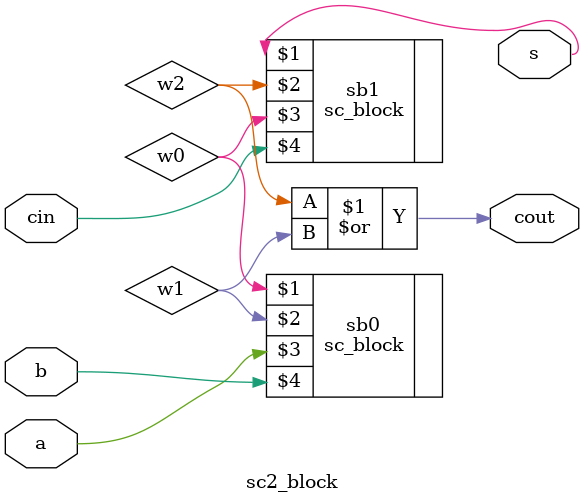
<source format=v>

module sc2_block(s, cout, a, b, cin);
	output s, cout;
	input a, b, cin;
	wire w0, w1, w2;

	or o1(cout, w2, w1);
	sc_block sb0(w0, w1, a, b);
	sc_block sb1(s, w2, w0, cin);
endmodule // sc2_block

</source>
